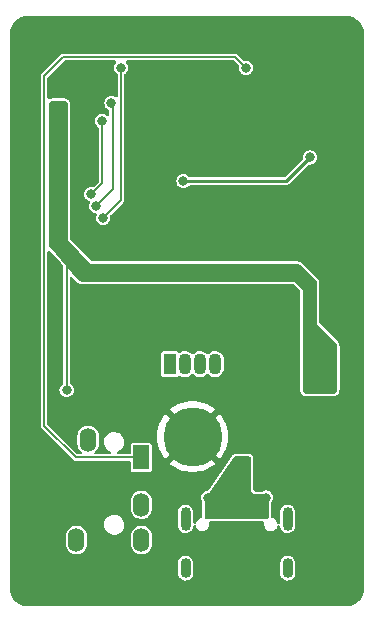
<source format=gbl>
%TF.GenerationSoftware,KiCad,Pcbnew,7.0.2-6a45011f42~172~ubuntu22.04.1*%
%TF.CreationDate,2023-05-17T08:32:53+02:00*%
%TF.ProjectId,PowerMeterLC,506f7765-724d-4657-9465-724c432e6b69,rev?*%
%TF.SameCoordinates,Original*%
%TF.FileFunction,Copper,L4,Bot*%
%TF.FilePolarity,Positive*%
%FSLAX46Y46*%
G04 Gerber Fmt 4.6, Leading zero omitted, Abs format (unit mm)*
G04 Created by KiCad (PCBNEW 7.0.2-6a45011f42~172~ubuntu22.04.1) date 2023-05-17 08:32:53*
%MOMM*%
%LPD*%
G01*
G04 APERTURE LIST*
%TA.AperFunction,ComponentPad*%
%ADD10C,0.800000*%
%TD*%
%TA.AperFunction,ComponentPad*%
%ADD11C,5.000000*%
%TD*%
%TA.AperFunction,ComponentPad*%
%ADD12O,0.900000X2.000000*%
%TD*%
%TA.AperFunction,ComponentPad*%
%ADD13O,0.900000X1.700000*%
%TD*%
%TA.AperFunction,ComponentPad*%
%ADD14O,1.400000X2.000000*%
%TD*%
%TA.AperFunction,ComponentPad*%
%ADD15R,1.400000X2.000000*%
%TD*%
%TA.AperFunction,ComponentPad*%
%ADD16R,1.070000X1.800000*%
%TD*%
%TA.AperFunction,ComponentPad*%
%ADD17O,1.070000X1.800000*%
%TD*%
%TA.AperFunction,ViaPad*%
%ADD18C,0.800000*%
%TD*%
%TA.AperFunction,Conductor*%
%ADD19C,0.150000*%
%TD*%
%TA.AperFunction,Conductor*%
%ADD20C,0.250000*%
%TD*%
G04 APERTURE END LIST*
D10*
%TO.P,TP1,1,1*%
%TO.N,GND*%
X25595000Y-183625000D03*
X26144175Y-182299175D03*
X26144175Y-184950825D03*
X27470000Y-181750000D03*
D11*
X27470000Y-183625000D03*
D10*
X27470000Y-185500000D03*
X28795825Y-182299175D03*
X28795825Y-184950825D03*
X29345000Y-183625000D03*
%TD*%
D12*
%TO.P,J2,S1,SHIELD*%
%TO.N,unconnected-(J2-SHIELD-PadS1)*%
X26890000Y-190595000D03*
D13*
X26890000Y-194765000D03*
D12*
X35530000Y-190595000D03*
D13*
X35530000Y-194765000D03*
%TD*%
D14*
%TO.P,J3,*%
%TO.N,*%
X17632500Y-192400000D03*
%TO.P,J3,R1*%
%TO.N,unconnected-(J3-PadR1)*%
X23132500Y-189400000D03*
%TO.P,J3,R2*%
%TO.N,unconnected-(J3-PadR2)*%
X23132500Y-192400000D03*
%TO.P,J3,S*%
%TO.N,Net-(C19-Pad1)*%
X18632500Y-183900000D03*
D15*
%TO.P,J3,T*%
%TO.N,/CURRENT_SENSE*%
X23132500Y-185400000D03*
%TD*%
D16*
%TO.P,D2,1,GK*%
%TO.N,Net-(D2-GK)*%
X25570000Y-177500000D03*
D17*
%TO.P,D2,2,BK*%
%TO.N,Net-(D2-BK)*%
X26840000Y-177500000D03*
%TO.P,D2,3,A*%
%TO.N,+3V3*%
X28110000Y-177500000D03*
%TO.P,D2,4,RK*%
%TO.N,Net-(D2-RK)*%
X29380000Y-177500000D03*
%TD*%
D18*
%TO.N,GND*%
X12600000Y-163845452D03*
X41500000Y-193000000D03*
X41500000Y-191500000D03*
X41500000Y-160281829D03*
X12600000Y-156500000D03*
X26217648Y-197200000D03*
X34394118Y-197200000D03*
X12600000Y-189554534D03*
X41500000Y-154772740D03*
X12600000Y-184045445D03*
X12600000Y-162009089D03*
X41500000Y-167627281D03*
X41500000Y-194400000D03*
X28510000Y-155100000D03*
X41500000Y-152936377D03*
X29488236Y-197200000D03*
X25123530Y-148800000D03*
X12600000Y-187718171D03*
X12600000Y-160172726D03*
X37600000Y-148700000D03*
X41500000Y-151500000D03*
X41500000Y-174972733D03*
X41500000Y-171300007D03*
X41500000Y-158445466D03*
X12600000Y-152763637D03*
X41500000Y-169463644D03*
X19676472Y-197200000D03*
X12600000Y-178536356D03*
X12600000Y-176699993D03*
X28510000Y-156200000D03*
X13100000Y-196900000D03*
X41500000Y-184154548D03*
X41500000Y-189663637D03*
X26758824Y-148800000D03*
X12600000Y-150927274D03*
X18041178Y-197200000D03*
X12600000Y-167518178D03*
X32758824Y-197200000D03*
X12600000Y-185881808D03*
X41500000Y-178645459D03*
X36029412Y-197200000D03*
X41500000Y-163954555D03*
X41500000Y-165790918D03*
X41500000Y-156609103D03*
X12600000Y-154600000D03*
X30029412Y-148800000D03*
X41000000Y-148900000D03*
X41500000Y-150200000D03*
X24582354Y-197200000D03*
X12600000Y-165681815D03*
X12600000Y-174863630D03*
X22947060Y-197200000D03*
X12600000Y-171190904D03*
X31123530Y-197200000D03*
X38700000Y-148700000D03*
X21864706Y-148800000D03*
X12600000Y-182209082D03*
X41500000Y-173136370D03*
X37664706Y-197200000D03*
X41500000Y-187827274D03*
X12600000Y-158336363D03*
X16405884Y-197200000D03*
X23488236Y-148800000D03*
X27852942Y-197200000D03*
X41500000Y-195800000D03*
X39900000Y-148700000D03*
X41500000Y-180481822D03*
X12600000Y-193227260D03*
X41500000Y-185990911D03*
X12600000Y-169354541D03*
X41500000Y-162118192D03*
X28394118Y-148800000D03*
X27410000Y-156200000D03*
X21311766Y-197200000D03*
X12600000Y-173027267D03*
X27410000Y-155100000D03*
X12600000Y-180372719D03*
X12600000Y-191390897D03*
X14770590Y-197200000D03*
X41500000Y-182318185D03*
X41500000Y-176809096D03*
X39300000Y-197200000D03*
X12600000Y-195063623D03*
X31664706Y-148800000D03*
X33300000Y-148800000D03*
X20229412Y-148800000D03*
X40900000Y-196900000D03*
%TO.N,+5VA*%
X33710000Y-188800000D03*
X31210000Y-185800000D03*
X32010000Y-185800000D03*
X28810000Y-188800000D03*
%TO.N,+3V3*%
X38010000Y-179300000D03*
X39010000Y-178366666D03*
X39010000Y-177433333D03*
X16110000Y-156900000D03*
X38010000Y-178366666D03*
X16110000Y-156000000D03*
X39010000Y-179300000D03*
X16210000Y-167000000D03*
X16110000Y-157900000D03*
X38010000Y-176500000D03*
X16810000Y-179700000D03*
X38010000Y-177433333D03*
X39010000Y-176500000D03*
%TO.N,/BLE_MODE*%
X26700000Y-162000000D03*
X37410000Y-160000000D03*
%TO.N,/LED_R*%
X19910000Y-165100000D03*
X21410000Y-152400000D03*
%TO.N,/LED_G*%
X19810000Y-156900000D03*
X18910000Y-163100000D03*
%TO.N,/LED_B*%
X19310000Y-164100000D03*
X20610000Y-155400000D03*
%TO.N,/CURRENT_SENSE*%
X32010000Y-152400000D03*
%TD*%
D19*
%TO.N,+3V3*%
X16810000Y-167600000D02*
X16210000Y-167000000D01*
X16810000Y-179700000D02*
X16810000Y-167600000D01*
D20*
%TO.N,/BLE_MODE*%
X26700000Y-162000000D02*
X35410000Y-162000000D01*
X35410000Y-162000000D02*
X37410000Y-160000000D01*
D19*
%TO.N,/LED_R*%
X21410000Y-163600000D02*
X21410000Y-152400000D01*
X19910000Y-165100000D02*
X21410000Y-163600000D01*
%TO.N,/LED_G*%
X19810000Y-162200000D02*
X19810000Y-156900000D01*
X18910000Y-163100000D02*
X19810000Y-162200000D01*
%TO.N,/LED_B*%
X20710000Y-162700000D02*
X20710000Y-155400000D01*
X19310000Y-164100000D02*
X20710000Y-162700000D01*
X20610000Y-155400000D02*
X20410000Y-155400000D01*
X20710000Y-155400000D02*
X20610000Y-155400000D01*
%TO.N,/CURRENT_SENSE*%
X31110000Y-151500000D02*
X32010000Y-152400000D01*
X17610000Y-185400000D02*
X23132500Y-185400000D01*
X16510000Y-151500000D02*
X31110000Y-151500000D01*
X14910000Y-182700000D02*
X14910000Y-153100000D01*
X14910000Y-153100000D02*
X16510000Y-151500000D01*
X17610000Y-185400000D02*
X14910000Y-182700000D01*
%TD*%
%TA.AperFunction,Conductor*%
%TO.N,GND*%
G36*
X28955186Y-184756634D02*
G01*
X28893370Y-184715330D01*
X28820449Y-184700825D01*
X28771201Y-184700825D01*
X28698280Y-184715330D01*
X28615585Y-184770585D01*
X28560330Y-184853280D01*
X28540927Y-184950825D01*
X28560330Y-185048370D01*
X28601635Y-185110187D01*
X28160125Y-184668678D01*
X28295747Y-184570144D01*
X28451239Y-184407512D01*
X28512801Y-184314249D01*
X28955186Y-184756634D01*
G37*
%TD.AperFunction*%
%TA.AperFunction,Conductor*%
G36*
X26562855Y-184492320D02*
G01*
X26732299Y-184640358D01*
X26779808Y-184668743D01*
X26338367Y-185110184D01*
X26379670Y-185048370D01*
X26399073Y-184950825D01*
X26379670Y-184853280D01*
X26324415Y-184770585D01*
X26241720Y-184715330D01*
X26168799Y-184700825D01*
X26119551Y-184700825D01*
X26046630Y-184715330D01*
X25984807Y-184756638D01*
X26423665Y-184317780D01*
X26562855Y-184492320D01*
G37*
%TD.AperFunction*%
%TA.AperFunction,Conductor*%
G36*
X26779873Y-182581322D02*
G01*
X26644253Y-182679856D01*
X26488761Y-182842488D01*
X26427198Y-182935751D01*
X25984810Y-182493363D01*
X26046630Y-182534670D01*
X26119551Y-182549175D01*
X26168799Y-182549175D01*
X26241720Y-182534670D01*
X26324415Y-182479415D01*
X26379670Y-182396720D01*
X26399073Y-182299175D01*
X26379670Y-182201630D01*
X26338366Y-182139814D01*
X26779873Y-182581322D01*
G37*
%TD.AperFunction*%
%TA.AperFunction,Conductor*%
G36*
X28560330Y-182201630D02*
G01*
X28540927Y-182299175D01*
X28560330Y-182396720D01*
X28615585Y-182479415D01*
X28698280Y-182534670D01*
X28771201Y-182549175D01*
X28820449Y-182549175D01*
X28893370Y-182534670D01*
X28955181Y-182493368D01*
X28516333Y-182932217D01*
X28377145Y-182757680D01*
X28207701Y-182609642D01*
X28160190Y-182581255D01*
X28601638Y-182139807D01*
X28560330Y-182201630D01*
G37*
%TD.AperFunction*%
%TA.AperFunction,Conductor*%
G36*
X40504417Y-148000815D02*
G01*
X40569755Y-148005489D01*
X40712453Y-148016719D01*
X40729056Y-148019168D01*
X40818500Y-148038625D01*
X40820979Y-148039192D01*
X40932570Y-148065983D01*
X40946925Y-148070365D01*
X41037735Y-148104236D01*
X41041696Y-148105794D01*
X41142794Y-148147670D01*
X41154758Y-148153394D01*
X41241588Y-148200807D01*
X41246915Y-148203892D01*
X41338433Y-148259974D01*
X41347951Y-148266432D01*
X41427845Y-148326241D01*
X41434037Y-148331193D01*
X41515086Y-148400416D01*
X41522235Y-148407025D01*
X41592973Y-148477763D01*
X41599582Y-148484912D01*
X41668793Y-148565947D01*
X41673770Y-148572169D01*
X41733564Y-148652045D01*
X41740024Y-148661565D01*
X41796100Y-148753072D01*
X41799206Y-148758436D01*
X41846602Y-148845237D01*
X41852330Y-148857209D01*
X41875679Y-148913578D01*
X41894181Y-148958245D01*
X41895790Y-148962335D01*
X41929627Y-149053056D01*
X41934019Y-149067442D01*
X41960793Y-149178964D01*
X41961385Y-149181553D01*
X41980828Y-149270933D01*
X41983280Y-149287561D01*
X41994517Y-149430330D01*
X41999184Y-149495586D01*
X41999499Y-149504425D01*
X41999500Y-196495572D01*
X41999184Y-196504418D01*
X41994517Y-196569668D01*
X41983279Y-196712441D01*
X41980828Y-196729066D01*
X41961390Y-196818423D01*
X41960798Y-196821012D01*
X41934019Y-196932556D01*
X41929627Y-196946942D01*
X41895790Y-197037663D01*
X41894169Y-197041784D01*
X41852330Y-197142789D01*
X41846602Y-197154761D01*
X41799206Y-197241562D01*
X41796100Y-197246926D01*
X41740024Y-197338433D01*
X41733564Y-197347953D01*
X41673770Y-197427829D01*
X41668793Y-197434051D01*
X41599582Y-197515086D01*
X41592973Y-197522235D01*
X41522235Y-197592973D01*
X41515086Y-197599582D01*
X41434051Y-197668793D01*
X41427829Y-197673770D01*
X41347953Y-197733564D01*
X41338433Y-197740024D01*
X41246926Y-197796100D01*
X41241562Y-197799206D01*
X41154761Y-197846602D01*
X41142789Y-197852330D01*
X41041784Y-197894169D01*
X41037663Y-197895790D01*
X40946942Y-197929627D01*
X40932556Y-197934019D01*
X40821012Y-197960798D01*
X40818423Y-197961390D01*
X40729067Y-197980828D01*
X40712439Y-197983280D01*
X40569669Y-197994517D01*
X40504416Y-197999184D01*
X40495575Y-197999500D01*
X13504428Y-197999500D01*
X13495582Y-197999184D01*
X13430331Y-197994517D01*
X13287557Y-197983279D01*
X13270932Y-197980828D01*
X13181575Y-197961390D01*
X13178986Y-197960798D01*
X13067442Y-197934019D01*
X13053056Y-197929627D01*
X12999050Y-197909484D01*
X12962324Y-197895785D01*
X12958245Y-197894181D01*
X12913578Y-197875679D01*
X12857209Y-197852330D01*
X12845237Y-197846602D01*
X12758436Y-197799206D01*
X12753072Y-197796100D01*
X12661565Y-197740024D01*
X12652045Y-197733564D01*
X12572169Y-197673770D01*
X12565955Y-197668799D01*
X12484912Y-197599582D01*
X12477763Y-197592973D01*
X12407025Y-197522235D01*
X12400416Y-197515086D01*
X12331193Y-197434037D01*
X12326241Y-197427845D01*
X12266432Y-197347951D01*
X12259974Y-197338433D01*
X12203898Y-197246926D01*
X12200807Y-197241588D01*
X12153394Y-197154758D01*
X12147668Y-197142789D01*
X12105794Y-197041696D01*
X12104236Y-197037735D01*
X12070365Y-196946925D01*
X12065983Y-196932570D01*
X12039192Y-196820979D01*
X12038625Y-196818500D01*
X12019168Y-196729054D01*
X12016719Y-196712449D01*
X12005489Y-196569755D01*
X12000814Y-196504392D01*
X12000500Y-196495576D01*
X12000500Y-195205925D01*
X26239500Y-195205925D01*
X26239987Y-195209784D01*
X26239988Y-195209791D01*
X26254928Y-195328059D01*
X26315431Y-195480870D01*
X26412034Y-195613834D01*
X26412036Y-195613835D01*
X26412037Y-195613837D01*
X26538674Y-195718600D01*
X26687387Y-195788579D01*
X26848830Y-195819376D01*
X26848832Y-195819375D01*
X26848833Y-195819376D01*
X26947248Y-195813184D01*
X27012860Y-195809056D01*
X27169171Y-195758268D01*
X27307940Y-195670202D01*
X27420448Y-195550393D01*
X27499627Y-195406368D01*
X27499628Y-195406365D01*
X27540500Y-195247179D01*
X27540500Y-195205925D01*
X34879500Y-195205925D01*
X34879987Y-195209784D01*
X34879988Y-195209791D01*
X34894928Y-195328059D01*
X34955431Y-195480870D01*
X35052034Y-195613834D01*
X35052036Y-195613835D01*
X35052037Y-195613837D01*
X35178674Y-195718600D01*
X35327387Y-195788579D01*
X35488830Y-195819376D01*
X35488832Y-195819375D01*
X35488833Y-195819376D01*
X35587248Y-195813184D01*
X35652860Y-195809056D01*
X35809171Y-195758268D01*
X35947940Y-195670202D01*
X36060448Y-195550393D01*
X36139627Y-195406368D01*
X36139628Y-195406365D01*
X36180500Y-195247179D01*
X36180500Y-194327969D01*
X36180500Y-194324075D01*
X36165071Y-194201942D01*
X36165071Y-194201940D01*
X36104568Y-194049129D01*
X36007965Y-193916165D01*
X35939829Y-193859798D01*
X35881326Y-193811400D01*
X35732613Y-193741421D01*
X35607732Y-193717598D01*
X35571166Y-193710623D01*
X35407141Y-193720943D01*
X35250829Y-193771732D01*
X35112059Y-193859797D01*
X34999552Y-193979606D01*
X34920371Y-194123634D01*
X34879500Y-194282820D01*
X34879500Y-194282823D01*
X34879500Y-195205925D01*
X27540500Y-195205925D01*
X27540500Y-194327969D01*
X27540500Y-194324075D01*
X27525071Y-194201942D01*
X27525071Y-194201940D01*
X27464568Y-194049129D01*
X27367965Y-193916165D01*
X27299829Y-193859798D01*
X27241326Y-193811400D01*
X27092613Y-193741421D01*
X26967732Y-193717598D01*
X26931166Y-193710623D01*
X26767141Y-193720943D01*
X26610829Y-193771732D01*
X26472059Y-193859797D01*
X26359552Y-193979606D01*
X26280371Y-194123634D01*
X26239500Y-194282820D01*
X26239500Y-194282822D01*
X26239500Y-194282823D01*
X26239500Y-195205925D01*
X12000500Y-195205925D01*
X12000500Y-192747192D01*
X16732000Y-192747192D01*
X16732337Y-192750404D01*
X16732338Y-192750411D01*
X16746826Y-192888257D01*
X16805320Y-193068284D01*
X16899966Y-193232216D01*
X17026629Y-193372889D01*
X17179769Y-193484151D01*
X17352697Y-193561144D01*
X17537852Y-193600500D01*
X17537854Y-193600500D01*
X17727148Y-193600500D01*
X17850584Y-193574262D01*
X17912303Y-193561144D01*
X18085230Y-193484151D01*
X18238371Y-193372888D01*
X18365033Y-193232216D01*
X18459679Y-193068284D01*
X18518174Y-192888256D01*
X18533000Y-192747192D01*
X22232000Y-192747192D01*
X22232337Y-192750404D01*
X22232338Y-192750411D01*
X22246826Y-192888257D01*
X22305320Y-193068284D01*
X22399966Y-193232216D01*
X22526629Y-193372889D01*
X22679769Y-193484151D01*
X22852697Y-193561144D01*
X23037852Y-193600500D01*
X23037854Y-193600500D01*
X23227148Y-193600500D01*
X23350584Y-193574262D01*
X23412303Y-193561144D01*
X23585230Y-193484151D01*
X23738371Y-193372888D01*
X23865033Y-193232216D01*
X23959679Y-193068284D01*
X24018174Y-192888256D01*
X24033000Y-192747192D01*
X24033000Y-192052808D01*
X24018174Y-191911744D01*
X23959679Y-191731716D01*
X23959679Y-191731715D01*
X23865033Y-191567783D01*
X23738370Y-191427110D01*
X23585230Y-191315848D01*
X23412302Y-191238855D01*
X23227148Y-191199500D01*
X23227146Y-191199500D01*
X23037854Y-191199500D01*
X23037852Y-191199500D01*
X22852697Y-191238855D01*
X22679769Y-191315848D01*
X22526629Y-191427110D01*
X22399966Y-191567783D01*
X22305320Y-191731715D01*
X22246826Y-191911742D01*
X22242753Y-191950500D01*
X22232000Y-192052808D01*
X22232000Y-192747192D01*
X18533000Y-192747192D01*
X18533000Y-192052808D01*
X18518174Y-191911744D01*
X18459679Y-191731716D01*
X18459679Y-191731715D01*
X18365033Y-191567783D01*
X18238370Y-191427110D01*
X18085230Y-191315848D01*
X17912302Y-191238855D01*
X17727148Y-191199500D01*
X17727146Y-191199500D01*
X17537854Y-191199500D01*
X17537852Y-191199500D01*
X17352697Y-191238855D01*
X17179769Y-191315848D01*
X17026629Y-191427110D01*
X16899966Y-191567783D01*
X16805320Y-191731715D01*
X16746826Y-191911742D01*
X16742753Y-191950500D01*
X16732000Y-192052808D01*
X16732000Y-192747192D01*
X12000500Y-192747192D01*
X12000500Y-191053685D01*
X19978240Y-191053685D01*
X19988254Y-191238407D01*
X20037745Y-191416658D01*
X20124399Y-191580103D01*
X20244163Y-191721100D01*
X20391436Y-191833055D01*
X20559330Y-191910731D01*
X20559331Y-191910731D01*
X20559333Y-191910732D01*
X20740003Y-191950500D01*
X20875254Y-191950500D01*
X20878613Y-191950500D01*
X21016410Y-191935514D01*
X21191721Y-191876444D01*
X21350236Y-191781070D01*
X21484541Y-191653849D01*
X21588358Y-191500730D01*
X21656831Y-191328875D01*
X21680267Y-191185925D01*
X26239500Y-191185925D01*
X26239987Y-191189784D01*
X26239988Y-191189791D01*
X26254928Y-191308059D01*
X26315431Y-191460870D01*
X26412034Y-191593834D01*
X26412036Y-191593835D01*
X26412037Y-191593837D01*
X26538674Y-191698600D01*
X26687387Y-191768579D01*
X26848830Y-191799376D01*
X26848832Y-191799375D01*
X26848833Y-191799376D01*
X26947248Y-191793184D01*
X27012860Y-191789056D01*
X27169171Y-191738268D01*
X27307940Y-191650202D01*
X27420448Y-191530393D01*
X27499627Y-191386368D01*
X27499628Y-191386365D01*
X27544396Y-191212005D01*
X27547264Y-191212741D01*
X27560185Y-191168739D01*
X27612989Y-191122984D01*
X27682147Y-191113040D01*
X27745703Y-191142065D01*
X27783477Y-191200843D01*
X27785906Y-191210550D01*
X27796406Y-191261083D01*
X27861323Y-191386365D01*
X27866029Y-191395447D01*
X27964354Y-191500727D01*
X27969321Y-191506045D01*
X28009360Y-191530393D01*
X28098618Y-191584672D01*
X28244335Y-191625500D01*
X28244337Y-191625500D01*
X28353421Y-191625500D01*
X28357658Y-191625500D01*
X28469920Y-191610070D01*
X28608720Y-191549780D01*
X28726108Y-191454278D01*
X28813377Y-191330647D01*
X28864054Y-191188056D01*
X28874381Y-191037079D01*
X28874380Y-191037078D01*
X28874381Y-191037076D01*
X28857269Y-190954728D01*
X28862902Y-190885086D01*
X28905292Y-190829545D01*
X28970981Y-190805739D01*
X28978675Y-190805500D01*
X33435878Y-190805500D01*
X33502917Y-190825185D01*
X33548672Y-190877989D01*
X33558616Y-190947147D01*
X33556323Y-190956429D01*
X33545618Y-191112922D01*
X33576407Y-191261083D01*
X33576407Y-191261084D01*
X33576408Y-191261085D01*
X33646029Y-191395447D01*
X33744354Y-191500727D01*
X33749321Y-191506045D01*
X33789360Y-191530393D01*
X33878618Y-191584672D01*
X34024335Y-191625500D01*
X34024337Y-191625500D01*
X34133421Y-191625500D01*
X34137658Y-191625500D01*
X34249920Y-191610070D01*
X34388720Y-191549780D01*
X34506108Y-191454278D01*
X34593377Y-191330647D01*
X34643417Y-191189848D01*
X34684413Y-191133274D01*
X34749491Y-191107844D01*
X34817986Y-191121634D01*
X34868152Y-191170267D01*
X34883278Y-191215835D01*
X34894928Y-191308059D01*
X34955431Y-191460870D01*
X35052034Y-191593834D01*
X35052036Y-191593835D01*
X35052037Y-191593837D01*
X35178674Y-191698600D01*
X35327387Y-191768579D01*
X35488830Y-191799376D01*
X35488832Y-191799375D01*
X35488833Y-191799376D01*
X35587248Y-191793184D01*
X35652860Y-191789056D01*
X35809171Y-191738268D01*
X35947940Y-191650202D01*
X36060448Y-191530393D01*
X36139627Y-191386368D01*
X36139628Y-191386365D01*
X36180500Y-191227179D01*
X36180500Y-190007969D01*
X36180500Y-190007968D01*
X36180500Y-190004075D01*
X36165071Y-189881942D01*
X36165071Y-189881940D01*
X36104568Y-189729129D01*
X36007965Y-189596165D01*
X35939829Y-189539798D01*
X35881326Y-189491400D01*
X35732613Y-189421421D01*
X35607732Y-189397598D01*
X35571166Y-189390623D01*
X35407141Y-189400943D01*
X35250829Y-189451732D01*
X35112059Y-189539797D01*
X34999552Y-189659606D01*
X34920371Y-189803634D01*
X34879500Y-189962820D01*
X34879500Y-190914221D01*
X34859815Y-190981260D01*
X34807011Y-191027015D01*
X34737853Y-191036959D01*
X34674297Y-191007934D01*
X34636523Y-190949156D01*
X34634094Y-190939450D01*
X34623592Y-190888916D01*
X34623592Y-190888915D01*
X34553971Y-190754553D01*
X34450680Y-190643956D01*
X34450679Y-190643955D01*
X34450678Y-190643954D01*
X34321384Y-190565329D01*
X34321383Y-190565328D01*
X34321382Y-190565328D01*
X34206043Y-190533011D01*
X34146802Y-190495969D01*
X34116991Y-190432779D01*
X34115500Y-190413610D01*
X34115500Y-189300064D01*
X34135185Y-189233025D01*
X34141113Y-189224591D01*
X34234536Y-189102841D01*
X34295044Y-188956762D01*
X34315682Y-188800000D01*
X34295044Y-188643238D01*
X34234536Y-188497159D01*
X34234535Y-188497159D01*
X34138282Y-188371717D01*
X34012840Y-188275463D01*
X33866762Y-188214956D01*
X33709999Y-188194317D01*
X33553237Y-188214956D01*
X33392076Y-188281711D01*
X33390760Y-188278534D01*
X33350573Y-188294070D01*
X33340258Y-188294500D01*
X32846482Y-188294500D01*
X32779443Y-188274815D01*
X32758801Y-188258181D01*
X32651819Y-188151199D01*
X32618334Y-188089876D01*
X32615500Y-188063518D01*
X32615500Y-185809514D01*
X32616123Y-185800004D01*
X32615500Y-185790492D01*
X32615500Y-185427322D01*
X32615500Y-185424000D01*
X32610803Y-185380316D01*
X32599597Y-185328805D01*
X32599232Y-185327268D01*
X32597121Y-185318649D01*
X32597110Y-185318629D01*
X32597110Y-185318627D01*
X32560540Y-185250000D01*
X32554100Y-185237914D01*
X32509600Y-185186558D01*
X32509580Y-185186536D01*
X32508345Y-185185111D01*
X32490754Y-185167157D01*
X32410937Y-185122510D01*
X32410936Y-185122509D01*
X32410935Y-185122509D01*
X32343901Y-185102826D01*
X32343898Y-185102825D01*
X32286000Y-185094500D01*
X31075868Y-185094500D01*
X31072756Y-185094816D01*
X31072745Y-185094817D01*
X31037614Y-185098390D01*
X31037607Y-185098390D01*
X31034500Y-185098707D01*
X31031452Y-185099333D01*
X31031435Y-185099336D01*
X30985598Y-185108757D01*
X30977683Y-185110546D01*
X30896000Y-185151688D01*
X30842159Y-185196214D01*
X30802846Y-185239526D01*
X28837265Y-188148606D01*
X28783422Y-188193134D01*
X28750707Y-188202123D01*
X28653237Y-188214956D01*
X28507158Y-188275464D01*
X28381717Y-188371717D01*
X28285463Y-188497159D01*
X28224956Y-188643237D01*
X28204317Y-188800000D01*
X28224956Y-188956762D01*
X28291711Y-189117924D01*
X28288534Y-189119239D01*
X28304069Y-189159413D01*
X28304500Y-189169741D01*
X28304500Y-190413332D01*
X28284815Y-190480371D01*
X28232011Y-190526126D01*
X28197385Y-190536177D01*
X28170079Y-190539930D01*
X28031280Y-190600219D01*
X27913892Y-190695721D01*
X27826621Y-190819354D01*
X27781340Y-190946764D01*
X27740342Y-191003341D01*
X27675264Y-191028771D01*
X27606769Y-191014980D01*
X27556603Y-190966348D01*
X27540500Y-190905239D01*
X27540500Y-190007969D01*
X27540500Y-190004075D01*
X27525071Y-189881942D01*
X27525071Y-189881940D01*
X27464568Y-189729129D01*
X27367965Y-189596165D01*
X27299829Y-189539798D01*
X27241326Y-189491400D01*
X27092613Y-189421421D01*
X26967732Y-189397598D01*
X26931166Y-189390623D01*
X26767141Y-189400943D01*
X26610829Y-189451732D01*
X26472059Y-189539797D01*
X26359552Y-189659606D01*
X26280371Y-189803634D01*
X26239500Y-189962820D01*
X26239500Y-189962822D01*
X26239500Y-189962823D01*
X26239500Y-191185925D01*
X21680267Y-191185925D01*
X21686760Y-191146317D01*
X21676745Y-190961593D01*
X21675311Y-190956429D01*
X21627254Y-190783341D01*
X21540600Y-190619896D01*
X21494250Y-190565329D01*
X21420837Y-190478900D01*
X21417022Y-190476000D01*
X21273563Y-190366944D01*
X21105669Y-190289268D01*
X20924997Y-190249500D01*
X20786387Y-190249500D01*
X20783052Y-190249862D01*
X20783046Y-190249863D01*
X20648591Y-190264485D01*
X20473279Y-190323556D01*
X20314762Y-190418931D01*
X20180460Y-190546149D01*
X20076640Y-190699272D01*
X20008169Y-190871121D01*
X19978240Y-191053685D01*
X12000500Y-191053685D01*
X12000500Y-189747192D01*
X22232000Y-189747192D01*
X22232337Y-189750404D01*
X22232338Y-189750411D01*
X22246826Y-189888257D01*
X22305320Y-190068284D01*
X22399966Y-190232216D01*
X22526629Y-190372889D01*
X22679769Y-190484151D01*
X22852697Y-190561144D01*
X23037852Y-190600500D01*
X23037854Y-190600500D01*
X23227148Y-190600500D01*
X23350584Y-190574262D01*
X23412303Y-190561144D01*
X23585230Y-190484151D01*
X23674998Y-190418931D01*
X23738370Y-190372889D01*
X23865033Y-190232216D01*
X23959679Y-190068284D01*
X23959678Y-190068283D01*
X24018174Y-189888256D01*
X24033000Y-189747192D01*
X24033000Y-189052808D01*
X24018174Y-188911744D01*
X23959679Y-188731716D01*
X23959679Y-188731715D01*
X23865033Y-188567783D01*
X23738370Y-188427110D01*
X23585230Y-188315848D01*
X23412302Y-188238855D01*
X23227148Y-188199500D01*
X23227146Y-188199500D01*
X23037854Y-188199500D01*
X23037852Y-188199500D01*
X22852697Y-188238855D01*
X22679769Y-188315848D01*
X22526629Y-188427110D01*
X22399966Y-188567783D01*
X22305320Y-188731715D01*
X22246826Y-188911742D01*
X22242095Y-188956762D01*
X22232000Y-189052808D01*
X22232000Y-189747192D01*
X12000500Y-189747192D01*
X12000500Y-182699999D01*
X14629102Y-182699999D01*
X14638084Y-182745163D01*
X14638088Y-182745174D01*
X14650484Y-182807494D01*
X14673867Y-182842488D01*
X14711376Y-182898624D01*
X14724221Y-182907206D01*
X14743011Y-182922627D01*
X17387370Y-185566986D01*
X17402791Y-185585776D01*
X17411376Y-185598624D01*
X17424217Y-185607204D01*
X17424223Y-185607209D01*
X17434378Y-185613994D01*
X17502506Y-185659516D01*
X17610000Y-185680897D01*
X17622747Y-185678361D01*
X17625159Y-185677882D01*
X17649348Y-185675500D01*
X22108000Y-185675500D01*
X22175039Y-185695185D01*
X22220794Y-185747989D01*
X22232000Y-185799500D01*
X22232000Y-186419748D01*
X22243632Y-186478230D01*
X22287947Y-186544552D01*
X22354269Y-186588867D01*
X22412751Y-186600500D01*
X22412752Y-186600500D01*
X23852249Y-186600500D01*
X23881489Y-186594683D01*
X23910731Y-186588867D01*
X23977052Y-186544552D01*
X24021367Y-186478231D01*
X24033000Y-186419748D01*
X24033000Y-184380252D01*
X24021367Y-184321769D01*
X24016485Y-184314462D01*
X23977052Y-184255447D01*
X23910730Y-184211132D01*
X23852249Y-184199500D01*
X23852248Y-184199500D01*
X22412752Y-184199500D01*
X22412751Y-184199500D01*
X22354269Y-184211132D01*
X22287947Y-184255447D01*
X22243632Y-184321769D01*
X22232000Y-184380251D01*
X22232000Y-185000500D01*
X22212315Y-185067539D01*
X22159511Y-185113294D01*
X22108000Y-185124500D01*
X21211884Y-185124500D01*
X21144845Y-185104815D01*
X21099090Y-185052011D01*
X21089146Y-184982853D01*
X21118171Y-184919297D01*
X21172290Y-184882991D01*
X21191721Y-184876444D01*
X21350236Y-184781070D01*
X21484541Y-184653849D01*
X21588358Y-184500730D01*
X21656831Y-184328875D01*
X21686760Y-184146317D01*
X21676745Y-183961593D01*
X21627254Y-183783341D01*
X21545217Y-183628605D01*
X24465126Y-183628605D01*
X24485024Y-183970255D01*
X24485863Y-183977434D01*
X24545290Y-184314462D01*
X24546952Y-184321475D01*
X24645113Y-184649353D01*
X24647570Y-184656102D01*
X24783130Y-184970368D01*
X24786363Y-184976804D01*
X24957480Y-185273189D01*
X24961448Y-185279221D01*
X25165816Y-185553735D01*
X25170448Y-185559256D01*
X25176148Y-185565297D01*
X25176148Y-185565298D01*
X25949988Y-184791457D01*
X25908680Y-184853280D01*
X25889277Y-184950825D01*
X25908680Y-185048370D01*
X25963935Y-185131065D01*
X26046630Y-185186320D01*
X26119551Y-185200825D01*
X26168799Y-185200825D01*
X26241720Y-185186320D01*
X26303533Y-185145017D01*
X25532817Y-185915733D01*
X25532818Y-185915734D01*
X25672715Y-186033122D01*
X25678502Y-186037430D01*
X25964441Y-186225494D01*
X25970691Y-186229102D01*
X26276509Y-186382691D01*
X26283148Y-186385554D01*
X26604742Y-186502605D01*
X26611639Y-186504670D01*
X26944666Y-186583599D01*
X26951750Y-186584848D01*
X27291699Y-186624582D01*
X27298868Y-186625000D01*
X27641132Y-186625000D01*
X27648300Y-186624582D01*
X27988249Y-186584848D01*
X27995333Y-186583599D01*
X28328360Y-186504670D01*
X28335257Y-186502605D01*
X28656851Y-186385554D01*
X28663490Y-186382691D01*
X28969308Y-186229102D01*
X28975558Y-186225494D01*
X29261509Y-186037422D01*
X29267268Y-186033135D01*
X29407180Y-185915734D01*
X29407181Y-185915733D01*
X28636462Y-185145014D01*
X28698280Y-185186320D01*
X28771201Y-185200825D01*
X28820449Y-185200825D01*
X28893370Y-185186320D01*
X28976065Y-185131065D01*
X29031320Y-185048370D01*
X29050723Y-184950825D01*
X29031320Y-184853280D01*
X28990015Y-184791463D01*
X29763850Y-185565298D01*
X29763851Y-185565298D01*
X29769545Y-185559262D01*
X29774183Y-185553735D01*
X29978551Y-185279221D01*
X29982519Y-185273189D01*
X30153636Y-184976804D01*
X30156869Y-184970368D01*
X30292429Y-184656102D01*
X30294886Y-184649353D01*
X30393047Y-184321475D01*
X30394709Y-184314462D01*
X30454136Y-183977434D01*
X30454975Y-183970255D01*
X30474874Y-183628605D01*
X30474874Y-183621394D01*
X30454975Y-183279744D01*
X30454136Y-183272565D01*
X30394709Y-182935537D01*
X30393047Y-182928524D01*
X30294886Y-182600646D01*
X30292429Y-182593897D01*
X30156869Y-182279631D01*
X30153636Y-182273195D01*
X29982519Y-181976810D01*
X29978551Y-181970778D01*
X29774183Y-181696264D01*
X29769551Y-181690743D01*
X29763850Y-181684701D01*
X29763850Y-181684700D01*
X28990018Y-182458531D01*
X29031320Y-182396720D01*
X29050723Y-182299175D01*
X29031320Y-182201630D01*
X28976065Y-182118935D01*
X28893370Y-182063680D01*
X28820449Y-182049175D01*
X28771201Y-182049175D01*
X28698280Y-182063680D01*
X28636457Y-182104988D01*
X29407180Y-181334266D01*
X29267260Y-181216858D01*
X29261507Y-181212575D01*
X28975558Y-181024505D01*
X28969308Y-181020897D01*
X28663490Y-180867308D01*
X28656851Y-180864445D01*
X28335257Y-180747394D01*
X28328360Y-180745329D01*
X27995333Y-180666400D01*
X27988249Y-180665151D01*
X27648300Y-180625417D01*
X27641132Y-180625000D01*
X27298868Y-180625000D01*
X27291699Y-180625417D01*
X26951750Y-180665151D01*
X26944666Y-180666400D01*
X26611639Y-180745329D01*
X26604742Y-180747394D01*
X26283148Y-180864445D01*
X26276509Y-180867308D01*
X25970691Y-181020897D01*
X25964441Y-181024505D01*
X25678492Y-181212575D01*
X25672730Y-181216865D01*
X25532817Y-181334264D01*
X25532817Y-181334265D01*
X26303535Y-182104983D01*
X26241720Y-182063680D01*
X26168799Y-182049175D01*
X26119551Y-182049175D01*
X26046630Y-182063680D01*
X25963935Y-182118935D01*
X25908680Y-182201630D01*
X25889277Y-182299175D01*
X25908680Y-182396720D01*
X25949986Y-182458539D01*
X25176148Y-181684701D01*
X25176147Y-181684701D01*
X25170442Y-181690749D01*
X25165820Y-181696258D01*
X24961448Y-181970778D01*
X24957480Y-181976810D01*
X24786363Y-182273195D01*
X24783130Y-182279631D01*
X24647570Y-182593897D01*
X24645113Y-182600646D01*
X24546952Y-182928524D01*
X24545290Y-182935537D01*
X24485863Y-183272565D01*
X24485024Y-183279744D01*
X24465126Y-183621394D01*
X24465126Y-183628605D01*
X21545217Y-183628605D01*
X21540600Y-183619896D01*
X21420837Y-183478900D01*
X21375927Y-183444760D01*
X21273563Y-183366944D01*
X21105669Y-183289268D01*
X20924997Y-183249500D01*
X20786387Y-183249500D01*
X20783052Y-183249862D01*
X20783046Y-183249863D01*
X20648591Y-183264485D01*
X20473279Y-183323556D01*
X20314762Y-183418931D01*
X20180460Y-183546149D01*
X20076640Y-183699272D01*
X20008169Y-183871121D01*
X19978240Y-184053685D01*
X19988254Y-184238407D01*
X20037745Y-184416658D01*
X20124399Y-184580103D01*
X20244163Y-184721100D01*
X20391436Y-184833055D01*
X20510113Y-184887961D01*
X20562691Y-184933975D01*
X20582045Y-185001111D01*
X20562031Y-185068053D01*
X20509002Y-185113547D01*
X20458047Y-185124500D01*
X19273690Y-185124500D01*
X19206651Y-185104815D01*
X19160896Y-185052011D01*
X19150952Y-184982853D01*
X19179977Y-184919297D01*
X19200805Y-184900182D01*
X19238370Y-184872889D01*
X19365033Y-184732216D01*
X19459679Y-184568284D01*
X19481629Y-184500730D01*
X19518174Y-184388256D01*
X19533000Y-184247192D01*
X19533000Y-183552808D01*
X19518174Y-183411744D01*
X19472952Y-183272565D01*
X19459679Y-183231715D01*
X19365033Y-183067783D01*
X19238370Y-182927110D01*
X19085230Y-182815848D01*
X18912302Y-182738855D01*
X18727148Y-182699500D01*
X18727146Y-182699500D01*
X18537854Y-182699500D01*
X18537852Y-182699500D01*
X18352697Y-182738855D01*
X18179769Y-182815848D01*
X18026629Y-182927110D01*
X17899966Y-183067783D01*
X17805320Y-183231715D01*
X17746826Y-183411742D01*
X17732700Y-183546151D01*
X17732000Y-183552808D01*
X17732000Y-184247192D01*
X17732337Y-184250404D01*
X17732338Y-184250411D01*
X17746826Y-184388257D01*
X17805320Y-184568284D01*
X17899966Y-184732216D01*
X18026629Y-184872889D01*
X18064195Y-184900182D01*
X18106861Y-184955512D01*
X18112840Y-185025125D01*
X18080234Y-185086920D01*
X18019396Y-185121277D01*
X17991310Y-185124500D01*
X17775478Y-185124500D01*
X17708439Y-185104815D01*
X17687797Y-185088181D01*
X15221819Y-182622203D01*
X15188334Y-182560880D01*
X15185500Y-182534522D01*
X15185500Y-168002528D01*
X15205185Y-167935489D01*
X15257989Y-167889734D01*
X15327147Y-167879790D01*
X15390703Y-167908815D01*
X15403198Y-167921310D01*
X16296693Y-168952265D01*
X16504205Y-169191702D01*
X16533236Y-169255255D01*
X16534500Y-169272913D01*
X16534500Y-179093334D01*
X16514815Y-179160373D01*
X16485986Y-179191710D01*
X16381717Y-179271717D01*
X16285463Y-179397159D01*
X16224956Y-179543237D01*
X16204317Y-179700000D01*
X16224956Y-179856762D01*
X16285463Y-180002840D01*
X16381717Y-180128282D01*
X16481157Y-180204584D01*
X16507159Y-180224536D01*
X16653238Y-180285044D01*
X16789360Y-180302964D01*
X16809999Y-180305682D01*
X16809999Y-180305681D01*
X16810000Y-180305682D01*
X16966762Y-180285044D01*
X17112841Y-180224536D01*
X17238282Y-180128282D01*
X17334536Y-180002841D01*
X17395044Y-179856762D01*
X17415682Y-179700000D01*
X17395044Y-179543238D01*
X17334536Y-179397159D01*
X17334536Y-179397158D01*
X17238282Y-179271717D01*
X17134014Y-179191710D01*
X17092811Y-179135282D01*
X17085500Y-179093334D01*
X17085500Y-178419748D01*
X24834500Y-178419748D01*
X24846132Y-178478230D01*
X24890447Y-178544552D01*
X24956769Y-178588867D01*
X25015251Y-178600500D01*
X25015252Y-178600500D01*
X26124749Y-178600500D01*
X26156139Y-178594256D01*
X26183231Y-178588867D01*
X26249552Y-178544552D01*
X26267560Y-178517600D01*
X26321172Y-178472796D01*
X26390497Y-178464089D01*
X26432659Y-178479104D01*
X26546700Y-178544945D01*
X26711412Y-178594257D01*
X26883057Y-178604254D01*
X27052380Y-178574398D01*
X27210253Y-178506298D01*
X27348167Y-178403625D01*
X27378993Y-178366887D01*
X27437161Y-178328188D01*
X27507022Y-178327078D01*
X27559073Y-178356399D01*
X27667800Y-178458978D01*
X27816700Y-178544945D01*
X27981412Y-178594257D01*
X28153057Y-178604254D01*
X28322380Y-178574398D01*
X28480253Y-178506298D01*
X28618167Y-178403625D01*
X28648993Y-178366887D01*
X28707161Y-178328188D01*
X28777022Y-178327078D01*
X28829073Y-178356399D01*
X28937800Y-178458978D01*
X29086700Y-178544945D01*
X29251412Y-178594257D01*
X29423057Y-178604254D01*
X29592380Y-178574398D01*
X29750253Y-178506298D01*
X29888167Y-178403625D01*
X29998685Y-178271915D01*
X30075849Y-178118268D01*
X30115500Y-177950968D01*
X30115500Y-177092161D01*
X30100547Y-176964227D01*
X30041741Y-176802661D01*
X29947261Y-176659011D01*
X29822200Y-176541022D01*
X29740239Y-176493702D01*
X29673301Y-176455055D01*
X29632122Y-176442726D01*
X29508588Y-176405743D01*
X29481723Y-176404178D01*
X29336942Y-176395745D01*
X29167621Y-176425601D01*
X29009746Y-176493702D01*
X28871833Y-176596375D01*
X28841006Y-176633112D01*
X28782833Y-176671813D01*
X28712972Y-176672920D01*
X28660924Y-176643598D01*
X28552200Y-176541022D01*
X28403301Y-176455055D01*
X28362122Y-176442726D01*
X28238588Y-176405743D01*
X28211723Y-176404178D01*
X28066942Y-176395745D01*
X27897621Y-176425601D01*
X27739746Y-176493702D01*
X27601833Y-176596375D01*
X27571006Y-176633112D01*
X27512833Y-176671813D01*
X27442972Y-176672920D01*
X27390924Y-176643598D01*
X27282200Y-176541022D01*
X27133301Y-176455055D01*
X27092122Y-176442726D01*
X26968588Y-176405743D01*
X26941723Y-176404178D01*
X26796942Y-176395745D01*
X26627621Y-176425601D01*
X26469743Y-176493703D01*
X26444427Y-176512551D01*
X26378898Y-176536794D01*
X26310665Y-176521761D01*
X26267279Y-176481978D01*
X26249552Y-176455447D01*
X26183230Y-176411132D01*
X26124749Y-176399500D01*
X26124748Y-176399500D01*
X25015252Y-176399500D01*
X25015251Y-176399500D01*
X24956769Y-176411132D01*
X24890447Y-176455447D01*
X24846132Y-176521769D01*
X24834500Y-176580251D01*
X24834500Y-178419748D01*
X17085500Y-178419748D01*
X17085500Y-170194836D01*
X17105185Y-170127797D01*
X17157989Y-170082042D01*
X17227147Y-170072098D01*
X17290703Y-170101123D01*
X17303205Y-170113625D01*
X17629960Y-170490651D01*
X17656257Y-170520993D01*
X17671529Y-170536818D01*
X17690926Y-170554875D01*
X17692191Y-170555932D01*
X17692200Y-170555940D01*
X17706516Y-170567903D01*
X17706530Y-170567914D01*
X17707808Y-170568982D01*
X17777644Y-170621253D01*
X17780486Y-170622939D01*
X17780492Y-170622943D01*
X17800592Y-170634867D01*
X17815423Y-170643666D01*
X17863369Y-170665560D01*
X17905052Y-170679432D01*
X17990288Y-170697972D01*
X18012003Y-170701490D01*
X18013646Y-170701666D01*
X18013649Y-170701667D01*
X18015351Y-170701849D01*
X18038358Y-170704323D01*
X18060321Y-170705500D01*
X35973518Y-170705500D01*
X36040557Y-170725185D01*
X36061199Y-170741819D01*
X36568181Y-171248801D01*
X36601666Y-171310124D01*
X36604500Y-171336482D01*
X36604500Y-179687789D01*
X36604573Y-179689285D01*
X36604574Y-179689306D01*
X36605415Y-179706416D01*
X36605489Y-179707925D01*
X36607870Y-179732107D01*
X36608087Y-179733574D01*
X36608092Y-179733610D01*
X36610598Y-179750508D01*
X36610829Y-179752060D01*
X36611122Y-179753537D01*
X36611124Y-179753544D01*
X36625877Y-179827719D01*
X36626472Y-179830707D01*
X36638166Y-179869259D01*
X36656677Y-179913949D01*
X36658117Y-179916643D01*
X36658118Y-179916645D01*
X36674230Y-179946788D01*
X36674235Y-179946796D01*
X36675669Y-179949479D01*
X36677356Y-179952003D01*
X36677362Y-179952013D01*
X36711324Y-180002841D01*
X36713300Y-180005797D01*
X36738856Y-180036936D01*
X36773063Y-180071143D01*
X36775408Y-180073067D01*
X36775413Y-180073072D01*
X36800071Y-180093308D01*
X36804204Y-180096700D01*
X36860520Y-180134329D01*
X36896049Y-180153320D01*
X36940747Y-180171834D01*
X36979296Y-180183527D01*
X37020953Y-180191813D01*
X37056405Y-180198865D01*
X37056410Y-180198865D01*
X37057929Y-180199168D01*
X37077874Y-180202127D01*
X37102065Y-180204510D01*
X37122211Y-180205500D01*
X37123735Y-180205500D01*
X39396265Y-180205500D01*
X39397789Y-180205500D01*
X39417935Y-180204510D01*
X39442126Y-180202127D01*
X39462071Y-180199168D01*
X39540703Y-180183527D01*
X39579250Y-180171835D01*
X39623949Y-180153321D01*
X39659480Y-180134330D01*
X39715792Y-180096704D01*
X39746933Y-180071146D01*
X39781146Y-180036933D01*
X39806704Y-180005792D01*
X39844330Y-179949480D01*
X39863321Y-179913949D01*
X39881835Y-179869250D01*
X39893527Y-179830703D01*
X39909168Y-179752071D01*
X39912127Y-179732126D01*
X39914510Y-179707935D01*
X39915500Y-179687789D01*
X39915500Y-175936474D01*
X39914510Y-175916328D01*
X39912127Y-175892137D01*
X39909168Y-175872192D01*
X39893527Y-175793560D01*
X39881834Y-175755011D01*
X39863319Y-175710311D01*
X39844328Y-175674781D01*
X39799783Y-175608115D01*
X39787768Y-175591915D01*
X39781199Y-175583910D01*
X39773335Y-175574328D01*
X39773320Y-175574311D01*
X39772347Y-175573125D01*
X39758805Y-175558185D01*
X38251818Y-174051198D01*
X38218334Y-173989876D01*
X38215500Y-173963518D01*
X38215500Y-170637996D01*
X38215500Y-170636473D01*
X38214510Y-170616326D01*
X38212127Y-170592136D01*
X38209168Y-170572192D01*
X38193527Y-170493560D01*
X38181834Y-170455011D01*
X38163319Y-170410311D01*
X38144328Y-170374781D01*
X38099783Y-170308115D01*
X38087768Y-170291915D01*
X38081199Y-170283910D01*
X38073335Y-170274328D01*
X38073320Y-170274311D01*
X38072347Y-170273125D01*
X38058805Y-170258185D01*
X36751814Y-168951194D01*
X36736874Y-168937652D01*
X36735690Y-168936680D01*
X36735670Y-168936663D01*
X36719256Y-168923193D01*
X36718084Y-168922231D01*
X36701883Y-168910216D01*
X36680588Y-168895987D01*
X36637748Y-168867362D01*
X36637740Y-168867357D01*
X36635215Y-168865670D01*
X36599691Y-168846681D01*
X36596879Y-168845516D01*
X36557816Y-168829334D01*
X36557800Y-168829328D01*
X36554999Y-168828168D01*
X36549081Y-168826373D01*
X36519360Y-168817356D01*
X36519343Y-168817351D01*
X36516443Y-168816472D01*
X36513473Y-168815881D01*
X36513460Y-168815878D01*
X36439280Y-168801124D01*
X36439273Y-168801122D01*
X36437796Y-168800829D01*
X36436244Y-168800598D01*
X36419346Y-168798092D01*
X36419310Y-168798087D01*
X36417843Y-168797870D01*
X36416332Y-168797721D01*
X36416314Y-168797719D01*
X36395169Y-168795637D01*
X36395149Y-168795635D01*
X36393661Y-168795489D01*
X36392165Y-168795415D01*
X36392158Y-168795415D01*
X36375042Y-168794574D01*
X36375021Y-168794573D01*
X36373525Y-168794500D01*
X36372000Y-168794500D01*
X18951458Y-168794500D01*
X18884419Y-168774815D01*
X18861558Y-168755905D01*
X17149600Y-166953843D01*
X17117698Y-166891682D01*
X17115500Y-166868438D01*
X17115500Y-155513733D01*
X17115500Y-155512210D01*
X17114510Y-155492064D01*
X17112127Y-155467873D01*
X17109168Y-155447928D01*
X17093527Y-155369296D01*
X17081835Y-155330749D01*
X17063321Y-155286050D01*
X17044328Y-155250517D01*
X17006699Y-155194202D01*
X16981143Y-155163063D01*
X16946936Y-155128856D01*
X16915797Y-155103300D01*
X16913270Y-155101611D01*
X16913264Y-155101607D01*
X16862013Y-155067362D01*
X16862010Y-155067360D01*
X16859479Y-155065669D01*
X16856796Y-155064235D01*
X16856788Y-155064230D01*
X16826645Y-155048118D01*
X16826643Y-155048117D01*
X16823949Y-155046677D01*
X16821130Y-155045509D01*
X16821123Y-155045506D01*
X16782084Y-155029336D01*
X16782081Y-155029335D01*
X16779259Y-155028166D01*
X16776335Y-155027279D01*
X16743613Y-155017353D01*
X16743603Y-155017350D01*
X16740707Y-155016472D01*
X16737737Y-155015881D01*
X16737732Y-155015880D01*
X16663544Y-155001124D01*
X16663537Y-155001122D01*
X16662060Y-155000829D01*
X16660508Y-155000598D01*
X16643610Y-154998092D01*
X16643574Y-154998087D01*
X16642107Y-154997870D01*
X16640596Y-154997721D01*
X16640578Y-154997719D01*
X16619433Y-154995637D01*
X16619413Y-154995635D01*
X16617925Y-154995489D01*
X16616429Y-154995415D01*
X16616422Y-154995415D01*
X16599306Y-154994574D01*
X16599285Y-154994573D01*
X16597789Y-154994500D01*
X15622211Y-154994500D01*
X15620715Y-154994573D01*
X15620693Y-154994574D01*
X15603577Y-154995415D01*
X15603567Y-154995415D01*
X15602075Y-154995489D01*
X15600589Y-154995635D01*
X15600566Y-154995637D01*
X15579430Y-154997718D01*
X15579407Y-154997720D01*
X15577892Y-154997870D01*
X15576378Y-154998094D01*
X15576374Y-154998095D01*
X15559457Y-155000603D01*
X15559427Y-155000608D01*
X15557938Y-155000829D01*
X15556438Y-155001127D01*
X15556417Y-155001131D01*
X15482287Y-155015876D01*
X15482274Y-155015879D01*
X15479289Y-155016473D01*
X15476374Y-155017357D01*
X15476363Y-155017360D01*
X15443658Y-155027281D01*
X15443643Y-155027286D01*
X15440740Y-155028167D01*
X15437946Y-155029324D01*
X15437930Y-155029330D01*
X15398854Y-155045515D01*
X15398833Y-155045524D01*
X15396054Y-155046676D01*
X15393387Y-155048101D01*
X15393369Y-155048110D01*
X15367949Y-155061697D01*
X15299546Y-155075937D01*
X15234303Y-155050934D01*
X15192935Y-154994628D01*
X15185500Y-154952337D01*
X15185500Y-153265478D01*
X15205185Y-153198439D01*
X15221819Y-153177797D01*
X16587797Y-151811819D01*
X16649120Y-151778334D01*
X16675478Y-151775500D01*
X20880834Y-151775500D01*
X20947873Y-151795185D01*
X20993628Y-151847989D01*
X21003572Y-151917147D01*
X20979210Y-151974986D01*
X20885463Y-152097159D01*
X20824956Y-152243237D01*
X20804317Y-152400000D01*
X20824956Y-152556762D01*
X20885463Y-152702840D01*
X20981717Y-152828282D01*
X21048519Y-152879540D01*
X21085986Y-152908289D01*
X21127189Y-152964716D01*
X21134500Y-153006665D01*
X21134500Y-154794101D01*
X21114815Y-154861140D01*
X21062011Y-154906895D01*
X20992853Y-154916839D01*
X20935015Y-154892478D01*
X20912840Y-154875463D01*
X20766762Y-154814956D01*
X20610000Y-154794317D01*
X20453237Y-154814956D01*
X20307159Y-154875463D01*
X20181717Y-154971717D01*
X20085463Y-155097159D01*
X20024956Y-155243237D01*
X20004317Y-155400000D01*
X20024956Y-155556762D01*
X20085463Y-155702840D01*
X20181717Y-155828282D01*
X20307156Y-155924534D01*
X20307159Y-155924536D01*
X20357954Y-155945576D01*
X20412356Y-155989415D01*
X20434421Y-156055709D01*
X20434500Y-156060136D01*
X20434500Y-156370833D01*
X20414815Y-156437872D01*
X20362011Y-156483627D01*
X20292853Y-156493571D01*
X20235014Y-156469209D01*
X20112840Y-156375463D01*
X19966762Y-156314956D01*
X19809999Y-156294317D01*
X19653237Y-156314956D01*
X19507159Y-156375463D01*
X19381717Y-156471717D01*
X19285463Y-156597159D01*
X19224956Y-156743237D01*
X19204317Y-156900000D01*
X19224956Y-157056762D01*
X19285463Y-157202840D01*
X19381717Y-157328282D01*
X19384986Y-157330790D01*
X19485986Y-157408289D01*
X19527189Y-157464716D01*
X19534500Y-157506665D01*
X19534500Y-162034521D01*
X19514815Y-162101560D01*
X19498181Y-162122202D01*
X19144168Y-162476214D01*
X19082845Y-162509699D01*
X19040302Y-162511472D01*
X18910000Y-162494317D01*
X18753237Y-162514956D01*
X18607159Y-162575463D01*
X18481717Y-162671717D01*
X18385463Y-162797159D01*
X18324956Y-162943237D01*
X18304317Y-163100000D01*
X18324956Y-163256762D01*
X18385463Y-163402840D01*
X18481717Y-163528282D01*
X18607159Y-163624536D01*
X18705821Y-163665403D01*
X18760225Y-163709243D01*
X18782290Y-163775537D01*
X18772930Y-163827416D01*
X18724956Y-163943237D01*
X18704317Y-164100000D01*
X18724956Y-164256762D01*
X18785463Y-164402840D01*
X18881717Y-164528282D01*
X19007158Y-164624536D01*
X19007159Y-164624536D01*
X19153238Y-164685044D01*
X19257277Y-164698740D01*
X19321171Y-164727006D01*
X19359643Y-164785330D01*
X19360475Y-164855195D01*
X19355652Y-164869130D01*
X19324956Y-164943239D01*
X19304317Y-165100000D01*
X19324956Y-165256762D01*
X19385463Y-165402840D01*
X19481717Y-165528282D01*
X19607158Y-165624536D01*
X19607159Y-165624536D01*
X19753238Y-165685044D01*
X19910000Y-165705682D01*
X20066762Y-165685044D01*
X20212841Y-165624536D01*
X20338282Y-165528282D01*
X20434536Y-165402841D01*
X20495044Y-165256762D01*
X20515682Y-165100000D01*
X20498527Y-164969694D01*
X20509293Y-164900660D01*
X20533782Y-164865832D01*
X21576990Y-163822624D01*
X21595770Y-163807212D01*
X21608624Y-163798624D01*
X21669515Y-163707495D01*
X21685500Y-163627133D01*
X21685500Y-163627132D01*
X21687883Y-163615154D01*
X21687883Y-163615151D01*
X21690897Y-163600000D01*
X21687883Y-163584847D01*
X21685500Y-163560656D01*
X21685500Y-162000000D01*
X26094317Y-162000000D01*
X26114956Y-162156762D01*
X26175463Y-162302840D01*
X26271717Y-162428282D01*
X26384674Y-162514956D01*
X26397159Y-162524536D01*
X26543238Y-162585044D01*
X26700000Y-162605682D01*
X26856762Y-162585044D01*
X27002841Y-162524536D01*
X27128282Y-162428282D01*
X27169923Y-162374013D01*
X27226350Y-162332811D01*
X27268299Y-162325500D01*
X35390373Y-162325500D01*
X35401180Y-162325971D01*
X35438807Y-162329264D01*
X35475324Y-162319478D01*
X35485830Y-162317149D01*
X35523045Y-162310588D01*
X35523047Y-162310586D01*
X35524112Y-162310399D01*
X35548799Y-162300173D01*
X35549682Y-162299554D01*
X35549684Y-162299554D01*
X35580625Y-162277887D01*
X35589722Y-162272091D01*
X35622455Y-162253194D01*
X35646748Y-162224241D01*
X35654036Y-162216288D01*
X37238315Y-160632009D01*
X37299636Y-160598526D01*
X37342180Y-160596753D01*
X37410000Y-160605682D01*
X37566762Y-160585044D01*
X37712841Y-160524536D01*
X37838282Y-160428282D01*
X37934536Y-160302841D01*
X37995044Y-160156762D01*
X38015682Y-160000000D01*
X37995044Y-159843238D01*
X37934536Y-159697159D01*
X37838282Y-159571717D01*
X37712840Y-159475463D01*
X37566762Y-159414956D01*
X37410000Y-159394317D01*
X37253237Y-159414956D01*
X37107159Y-159475463D01*
X36981717Y-159571717D01*
X36885463Y-159697159D01*
X36824956Y-159843237D01*
X36804317Y-160000000D01*
X36813246Y-160067818D01*
X36802480Y-160136853D01*
X36777988Y-160171684D01*
X35311493Y-161638181D01*
X35250170Y-161671666D01*
X35223812Y-161674500D01*
X27268299Y-161674500D01*
X27201260Y-161654815D01*
X27169923Y-161625986D01*
X27128281Y-161571717D01*
X27002840Y-161475463D01*
X26856762Y-161414956D01*
X26700000Y-161394317D01*
X26543237Y-161414956D01*
X26397159Y-161475463D01*
X26271717Y-161571717D01*
X26175463Y-161697159D01*
X26114956Y-161843237D01*
X26094317Y-162000000D01*
X21685500Y-162000000D01*
X21685500Y-153006665D01*
X21705185Y-152939626D01*
X21734012Y-152908290D01*
X21838282Y-152828282D01*
X21934536Y-152702841D01*
X21995044Y-152556762D01*
X22015682Y-152400000D01*
X21995044Y-152243238D01*
X21934536Y-152097159D01*
X21840790Y-151974986D01*
X21815596Y-151909817D01*
X21829634Y-151841372D01*
X21878448Y-151791383D01*
X21939166Y-151775500D01*
X30944522Y-151775500D01*
X31011561Y-151795185D01*
X31032203Y-151811819D01*
X31386214Y-152165830D01*
X31419699Y-152227153D01*
X31421472Y-152269696D01*
X31404317Y-152399999D01*
X31424956Y-152556762D01*
X31485463Y-152702840D01*
X31581717Y-152828282D01*
X31665789Y-152892792D01*
X31707159Y-152924536D01*
X31853238Y-152985044D01*
X32010000Y-153005682D01*
X32166762Y-152985044D01*
X32312841Y-152924536D01*
X32438282Y-152828282D01*
X32534536Y-152702841D01*
X32595044Y-152556762D01*
X32615682Y-152400000D01*
X32595044Y-152243238D01*
X32534536Y-152097159D01*
X32440790Y-151974986D01*
X32438282Y-151971717D01*
X32312840Y-151875463D01*
X32166762Y-151814956D01*
X32009999Y-151794317D01*
X31879696Y-151811472D01*
X31810660Y-151800706D01*
X31775830Y-151776214D01*
X31332627Y-151333011D01*
X31317205Y-151314219D01*
X31308623Y-151301375D01*
X31295779Y-151292793D01*
X31295778Y-151292792D01*
X31285622Y-151286006D01*
X31259465Y-151268528D01*
X31238480Y-151254506D01*
X31217493Y-151240483D01*
X31125156Y-151222117D01*
X31125153Y-151222117D01*
X31110000Y-151219102D01*
X31094847Y-151222117D01*
X31070656Y-151224500D01*
X16549344Y-151224500D01*
X16525153Y-151222117D01*
X16510000Y-151219102D01*
X16494847Y-151222117D01*
X16494843Y-151222117D01*
X16402505Y-151240484D01*
X16360533Y-151268528D01*
X16341967Y-151280934D01*
X16341959Y-151280939D01*
X16337232Y-151284098D01*
X16334388Y-151285999D01*
X16334378Y-151286006D01*
X16334376Y-151286007D01*
X16331149Y-151288162D01*
X16331146Y-151288165D01*
X16311375Y-151301376D01*
X16302792Y-151314222D01*
X16287372Y-151333010D01*
X14743010Y-152877372D01*
X14724222Y-152892792D01*
X14711376Y-152901375D01*
X14703665Y-152912914D01*
X14696007Y-152924374D01*
X14696005Y-152924377D01*
X14696006Y-152924378D01*
X14678528Y-152950534D01*
X14657267Y-152982353D01*
X14641846Y-153001143D01*
X14640860Y-153002128D01*
X14643559Y-153027224D01*
X14643146Y-153029399D01*
X14629102Y-153099998D01*
X14632117Y-153115154D01*
X14634499Y-153139342D01*
X14634499Y-182660657D01*
X14632117Y-182684843D01*
X14629102Y-182699999D01*
X12000500Y-182699999D01*
X12000500Y-149504426D01*
X12000816Y-149495581D01*
X12005492Y-149430203D01*
X12016720Y-149287538D01*
X12019165Y-149270955D01*
X12038636Y-149181451D01*
X12039181Y-149179066D01*
X12065984Y-149067424D01*
X12070365Y-149053074D01*
X12104251Y-148962224D01*
X12105778Y-148958341D01*
X12147676Y-148857190D01*
X12153387Y-148845255D01*
X12200826Y-148758376D01*
X12203871Y-148753118D01*
X12259989Y-148661542D01*
X12266418Y-148652068D01*
X12326264Y-148572123D01*
X12331168Y-148565992D01*
X12400440Y-148484885D01*
X12407000Y-148477789D01*
X12477789Y-148407000D01*
X12484885Y-148400440D01*
X12565992Y-148331168D01*
X12572123Y-148326264D01*
X12652068Y-148266418D01*
X12661542Y-148259989D01*
X12753118Y-148203871D01*
X12758376Y-148200826D01*
X12845255Y-148153387D01*
X12857190Y-148147676D01*
X12958341Y-148105778D01*
X12962224Y-148104251D01*
X13053083Y-148070362D01*
X13067420Y-148065985D01*
X13179060Y-148039182D01*
X13181454Y-148038635D01*
X13270949Y-148019167D01*
X13287546Y-148016719D01*
X13430203Y-148005492D01*
X13495607Y-148000814D01*
X13504424Y-148000500D01*
X40495574Y-148000500D01*
X40504417Y-148000815D01*
G37*
%TD.AperFunction*%
%TD*%
%TA.AperFunction,Conductor*%
%TO.N,+3V3*%
G36*
X16621971Y-155202381D02*
G01*
X16700618Y-155218024D01*
X16745308Y-155236535D01*
X16801626Y-155274166D01*
X16835833Y-155308373D01*
X16873462Y-155364688D01*
X16891976Y-155409387D01*
X16907617Y-155488019D01*
X16910000Y-155512210D01*
X16910000Y-167000000D01*
X18810000Y-169000000D01*
X36373525Y-169000000D01*
X36397707Y-169002381D01*
X36476354Y-169018024D01*
X36521046Y-169036537D01*
X36587714Y-169081083D01*
X36606504Y-169096504D01*
X37913495Y-170403495D01*
X37928916Y-170422285D01*
X37973461Y-170488951D01*
X37991976Y-170533651D01*
X38002760Y-170587868D01*
X38007617Y-170612283D01*
X38010000Y-170636473D01*
X38010000Y-174100000D01*
X38097868Y-174187868D01*
X39613495Y-175703495D01*
X39628916Y-175722285D01*
X39673461Y-175788951D01*
X39691976Y-175833651D01*
X39707617Y-175912283D01*
X39710000Y-175936474D01*
X39710000Y-179687789D01*
X39707617Y-179711980D01*
X39691976Y-179790612D01*
X39673462Y-179835311D01*
X39635836Y-179891623D01*
X39601623Y-179925836D01*
X39545311Y-179963462D01*
X39500612Y-179981976D01*
X39421980Y-179997617D01*
X39397789Y-180000000D01*
X37122211Y-180000000D01*
X37098020Y-179997617D01*
X37019387Y-179981976D01*
X36974689Y-179963462D01*
X36918373Y-179925833D01*
X36884166Y-179891626D01*
X36846535Y-179835308D01*
X36828024Y-179790618D01*
X36812381Y-179711971D01*
X36810000Y-179687789D01*
X36810000Y-171324263D01*
X36810000Y-171200000D01*
X36110000Y-170500000D01*
X35985737Y-170500000D01*
X18060321Y-170500000D01*
X18033966Y-170497167D01*
X17948730Y-170478627D01*
X17900784Y-170456733D01*
X17830948Y-170404462D01*
X17811551Y-170386405D01*
X15390565Y-167592960D01*
X15377632Y-167575029D01*
X15340337Y-167512181D01*
X15324946Y-167470921D01*
X15311969Y-167399002D01*
X15309999Y-167377004D01*
X15310000Y-155512210D01*
X15312381Y-155488029D01*
X15328025Y-155409379D01*
X15346534Y-155364693D01*
X15384168Y-155308370D01*
X15418370Y-155274168D01*
X15474693Y-155236534D01*
X15519379Y-155218025D01*
X15598028Y-155202381D01*
X15622211Y-155200000D01*
X16597789Y-155200000D01*
X16621971Y-155202381D01*
G37*
%TD.AperFunction*%
%TD*%
%TA.AperFunction,Conductor*%
%TO.N,+5VA*%
G36*
X32353039Y-185319685D02*
G01*
X32398794Y-185372489D01*
X32410000Y-185424000D01*
X32410000Y-188200000D01*
X32710000Y-188500000D01*
X33786000Y-188500000D01*
X33853039Y-188519685D01*
X33898794Y-188572489D01*
X33910000Y-188624000D01*
X33910000Y-190476000D01*
X33890315Y-190543039D01*
X33837511Y-190588794D01*
X33786000Y-190600000D01*
X28634000Y-190600000D01*
X28566961Y-190580315D01*
X28521206Y-190527511D01*
X28510000Y-190476000D01*
X28510000Y-189037964D01*
X28529685Y-188970925D01*
X28531255Y-188968542D01*
X28798859Y-188572489D01*
X30973122Y-185354578D01*
X31026966Y-185310050D01*
X31075868Y-185300000D01*
X32286000Y-185300000D01*
X32353039Y-185319685D01*
G37*
%TD.AperFunction*%
%TD*%
M02*

</source>
